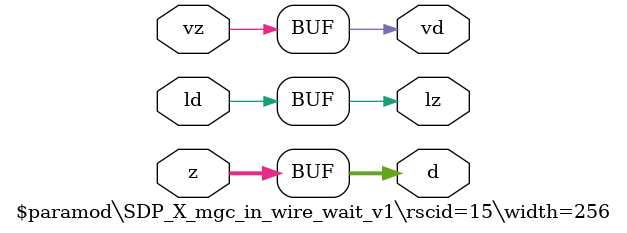
<source format=v>
module \$paramod\SDP_X_mgc_in_wire_wait_v1\rscid=15\width=256 (ld, vd, d, lz, vz, z);
  (* src = "./vmod/nvdla/sdp/NV_NVDLA_SDP_CORE_x.v:14" *)
  output [255:0] d;
  (* src = "./vmod/nvdla/sdp/NV_NVDLA_SDP_CORE_x.v:12" *)
  input ld;
  (* src = "./vmod/nvdla/sdp/NV_NVDLA_SDP_CORE_x.v:15" *)
  output lz;
  (* src = "./vmod/nvdla/sdp/NV_NVDLA_SDP_CORE_x.v:13" *)
  output vd;
  (* src = "./vmod/nvdla/sdp/NV_NVDLA_SDP_CORE_x.v:16" *)
  input vz;
  (* src = "./vmod/nvdla/sdp/NV_NVDLA_SDP_CORE_x.v:17" *)
  input [255:0] z;
  assign d = z;
  assign lz = ld;
  assign vd = vz;
endmodule

</source>
